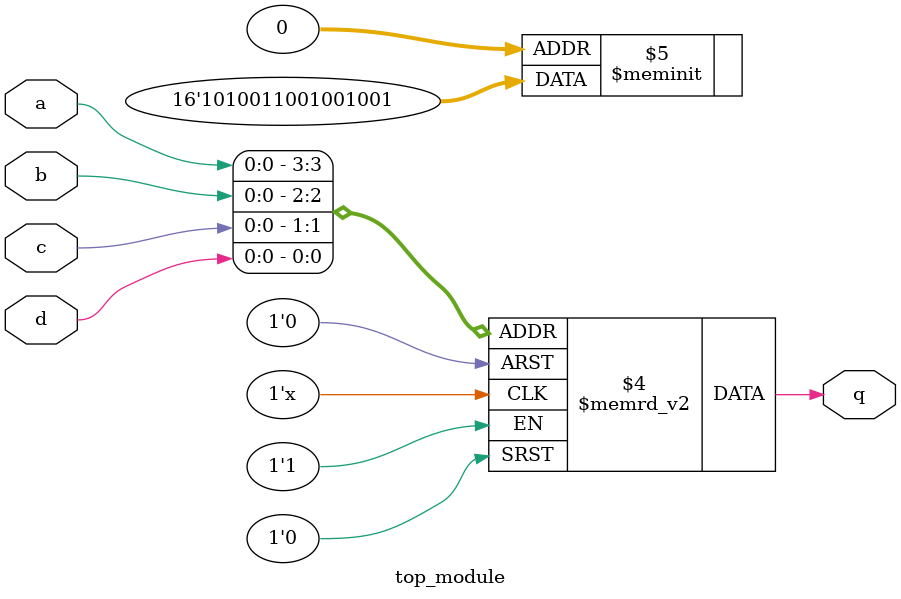
<source format=sv>
module top_module (
    input a, 
    input b, 
    input c, 
    input d,
    output reg q
);

always @(*) begin
    case ({a, b, c, d})
        4'b0000: q = 1'b1;
        4'b0001: q = 1'b0;
        4'b0010: q = 1'b0;
        4'b0011: q = 1'b1;
        4'b0100: q = 1'b0;
        4'b0101: q = 1'b0;
        4'b0110: q = 1'b1;
        4'b0111: q = 1'b0;
        4'b1000: q = 1'b0;
        4'b1001: q = 1'b1;
        4'b1010: q = 1'b1;
        4'b1011: q = 1'b0;
        4'b1100: q = 1'b0;
        4'b1101: q = 1'b1;
        4'b1110: q = 1'b0;
        4'b1111: q = 1'b1;
    endcase
end

endmodule

</source>
